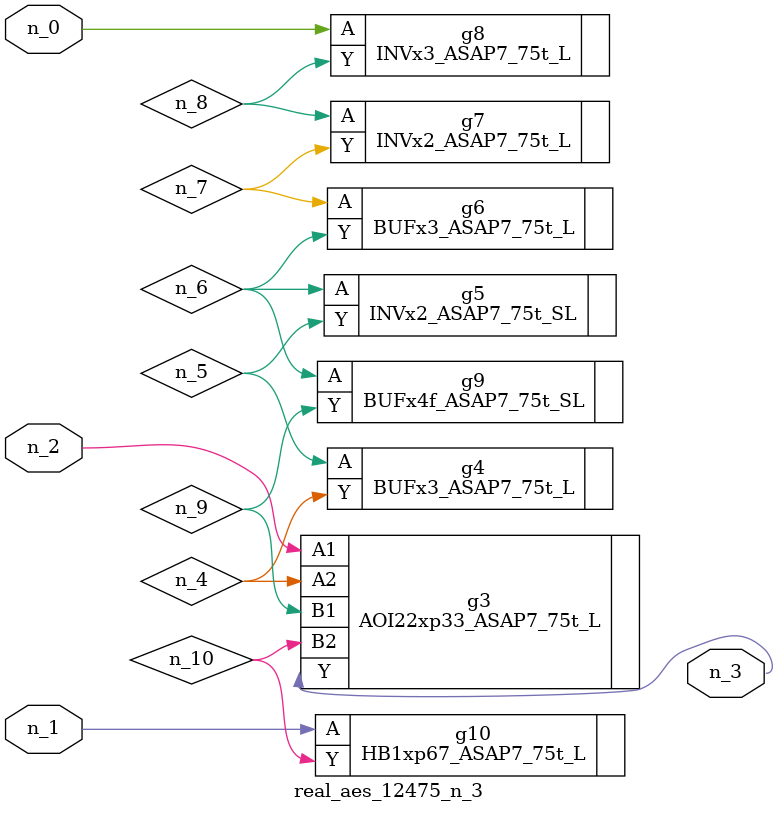
<source format=v>
module real_aes_12475_n_3 (n_0, n_2, n_1, n_3);
input n_0;
input n_2;
input n_1;
output n_3;
wire n_4;
wire n_5;
wire n_7;
wire n_9;
wire n_6;
wire n_8;
wire n_10;
INVx3_ASAP7_75t_L g8 ( .A(n_0), .Y(n_8) );
HB1xp67_ASAP7_75t_L g10 ( .A(n_1), .Y(n_10) );
AOI22xp33_ASAP7_75t_L g3 ( .A1(n_2), .A2(n_4), .B1(n_9), .B2(n_10), .Y(n_3) );
BUFx3_ASAP7_75t_L g4 ( .A(n_5), .Y(n_4) );
INVx2_ASAP7_75t_SL g5 ( .A(n_6), .Y(n_5) );
BUFx4f_ASAP7_75t_SL g9 ( .A(n_6), .Y(n_9) );
BUFx3_ASAP7_75t_L g6 ( .A(n_7), .Y(n_6) );
INVx2_ASAP7_75t_L g7 ( .A(n_8), .Y(n_7) );
endmodule
</source>
